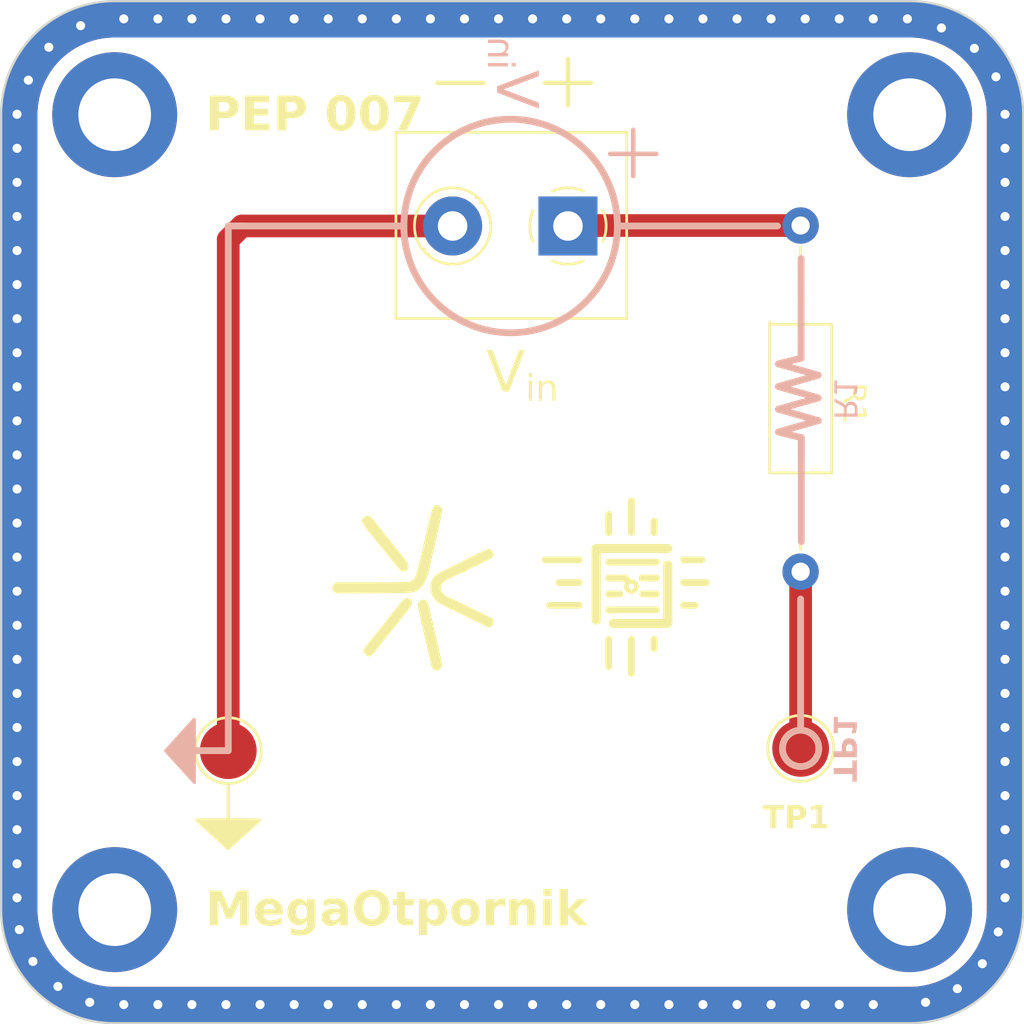
<source format=kicad_pcb>
(kicad_pcb (version 20241229) (generator "pcbnew") (generator_version "9.0")
  (layers (0 "F.Cu" signal) (2 "B.Cu" signal) (13 "F.Paste" user) (15 "B.Paste" user) (5 "F.SilkS" user "F.Silkscreen") (7 "B.SilkS" user "B.Silkscreen") (1 "F.Mask" user) (3 "B.Mask" user) (25 "Edge.Cuts" user))
  (net 0 "")
  (net 1 "Input voltage")
  (net 2 "Net-(R1-Pad1)")
  (net 3 "0")
  (footprint "PEP_library:ele_petnica_logo" (layer "F.Cu") (at 127.75 125.776394)
    (property "Reference" "REF**" (hide yes))
    (property "Value" "ele_petnica_logo" (hide yes))
    (fp_line (start -3.8 -1.176394) (end -2.3 -1.176394) (stroke (width 0.3)) (layer "F.SilkS"))
    (fp_line (start -3.6 0.823606) (end -2.3 0.823606) (stroke (width 0.3)) (layer "F.SilkS"))
    (fp_line (start -3.2 -0.176394) (end -2.3 -0.176394) (stroke (width 0.3)) (layer "F.SilkS"))
    (fp_line (start -1.55 -1.676394) (end 1.6 -1.676394) (stroke (width 0.4)) (layer "F.SilkS"))
    (fp_line (start -1.55 1.473606) (end -1.55 -1.676394) (stroke (width 0.4)) (layer "F.SilkS"))
    (fp_line (start -1 -3.176394) (end -1 -2.376394) (stroke (width 0.3)) (layer "F.SilkS"))
    (fp_line (start -1 -1.076394) (end 1.1 -1.076394) (stroke (width 0.3)) (layer "F.SilkS"))
    (fp_line (start -1 -0.376394) (end -0.3 -0.376394) (stroke (width 0.3)) (layer "F.SilkS"))
    (fp_line (start -1 0.323606) (end -0.5 0.323606) (stroke (width 0.3)) (layer "F.SilkS"))
    (fp_line (start -1 1.023606) (end 1.1 1.023606) (stroke (width 0.3)) (layer "F.SilkS"))
    (fp_line (start -1 3.523606) (end -1 2.323606) (stroke (width 0.3)) (layer "F.SilkS"))
    (fp_line (start -0.8 1.623606) (end 1.6 1.623606) (stroke (width 0.4)) (layer "F.SilkS"))
    (fp_line (start -0.3 -0.376394) (end -0.15 -0.226394) (stroke (width 0.3)) (layer "F.SilkS"))
    (fp_line (start 0 -3.776394) (end 0 -2.376394) (stroke (width 0.3)) (layer "F.SilkS"))
    (fp_line (start 0 3.823606) (end 0 2.323606) (stroke (width 0.3)) (layer "F.SilkS"))
    (fp_line (start 0.475 -0.376394) (end 1.1 -0.376394) (stroke (width 0.3)) (layer "F.SilkS"))
    (fp_line (start 0.5 0.323606) (end 1.1 0.323606) (stroke (width 0.3)) (layer "F.SilkS"))
    (fp_line (start 1 -2.876394) (end 1 -2.376394) (stroke (width 0.3)) (layer "F.SilkS"))
    (fp_line (start 1 2.723606) (end 1 2.323606) (stroke (width 0.3)) (layer "F.SilkS"))
    (fp_line (start 1.6 1.573606) (end 1.6 -0.95) (stroke (width 0.4)) (layer "F.SilkS"))
    (fp_line (start 2.8 0.823606) (end 2.3 0.823606) (stroke (width 0.3)) (layer "F.SilkS"))
    (fp_line (start 3.1 -1.176394) (end 2.3 -1.176394) (stroke (width 0.3)) (layer "F.SilkS"))
    (fp_line (start 3.3 -0.176394) (end 2.3 -0.176394) (stroke (width 0.3)) (layer "F.SilkS"))
    (fp_circle (center 0 0) (end 0.2 0.1) (stroke (width 0.2)) (fill no) (layer "F.SilkS"))
  )
  (footprint "TestPoint:TestPoint_Pad_D2.5mm" (layer "F.Cu") (at 110 133 -90)
    (property "Reference" "TP2" (hide yes))
    (property "Value" "TP2" (hide yes))
    (fp_circle (center 0 0) (end 0 1.45) (stroke (width 0.12)) (fill no) (layer "F.SilkS"))
    (pad "1" smd circle (at 0 0 270) (size 2.5 2.5) (layers "F.Cu" "F.Mask") (net 3 "0"))
  )
  (footprint "MountingHole:MountingHole_3.2mm_M3_ISO14580_Pad_TopBottom" (layer "F.Cu") (at 140 105)
    (property "Reference" "H3" (hide yes))
    (property "Value" "MountingHole")
    (pad "1" thru_hole circle (at 0 0) (size 3.6 3.6) (drill 3.2) (layers "*.Cu" "*.Mask"))
    (pad "1" connect circle (at 0 0) (size 5.5 5.5) (layers "F.Cu" "F.Mask"))
    (pad "1" connect circle (at 0 0) (size 5.5 5.5) (layers "B.Cu" "B.Mask"))
  )
  (footprint "PEP_library:R_Axial_DIN0207_L6.3mm_D2.5mm_P15.24mm_Horizontal" (layer "F.Cu") (at 135.2 125.12 90)
    (property "Reference" "R1" (at 7.4 2.3 270) (layer "F.SilkS"))
    (property "Value" "1Meg")
    (fp_line (start 10.995 -1.37) (end 4.455 -1.37) (stroke (width 0.12)) (layer "F.SilkS"))
    (fp_line (start 4.35 -1.37) (end 4.35 1.37) (stroke (width 0.12)) (layer "F.SilkS"))
    (fp_line (start 14.3 0) (end 10.89 0) (stroke (width 0.12)) (layer "F.SilkS"))
    (fp_line (start 0.975 0) (end 4.35 0) (stroke (width 0.12)) (layer "F.SilkS"))
    (fp_line (start 10.89 1.37) (end 10.89 -1.37) (stroke (width 0.12)) (layer "F.SilkS"))
    (fp_line (start 4.35 1.37) (end 10.89 1.37) (stroke (width 0.12)) (layer "F.SilkS"))
    (fp_line (start 9.15 -0.975) (end 8.65 0.775) (stroke (width 0.3)) (layer "B.SilkS"))
    (fp_line (start 8.15 -0.975) (end 7.65 0.775) (stroke (width 0.3)) (layer "B.SilkS"))
    (fp_line (start 7.15 -0.975) (end 6.65 0.775) (stroke (width 0.3)) (layer "B.SilkS"))
    (fp_line (start 6.15 -0.975) (end 5.9 0.025) (stroke (width 0.3)) (layer "B.SilkS"))
    (fp_line (start 10.1 0.02) (end 13.788009 0.02181) (stroke (width 0.3)) (layer "B.SilkS"))
    (fp_line (start 10.4 0.020905) (end 9.4 0.020905) (stroke (width 0.3)) (layer "B.SilkS"))
    (fp_line (start 9.4 0.025) (end 9.15 -0.975) (stroke (width 0.3)) (layer "B.SilkS"))
    (fp_line (start 5.9 0.03) (end 4.9 0.03) (stroke (width 0.3)) (layer "B.SilkS"))
    (fp_line (start 1.3225 0.03) (end 5.8975 0.03) (stroke (width 0.3)) (layer "B.SilkS"))
    (fp_line (start 8.65 0.775) (end 8.15 -0.975) (stroke (width 0.3)) (layer "B.SilkS"))
    (fp_line (start 7.65 0.775) (end 7.15 -0.975) (stroke (width 0.3)) (layer "B.SilkS"))
    (fp_line (start 6.65 0.775) (end 6.15 -0.975) (stroke (width 0.3)) (layer "B.SilkS"))
    (fp_text user "${REFERENCE}" (at 7.62 1.9 270) (layer "B.SilkS") (effects (justify mirror)))
    (pad "1" thru_hole circle (at 0 0 90) (size 1.6 1.6) (drill 0.8) (layers "*.Cu" "*.Mask") (net 2 "Net-(R1-Pad1)"))
    (pad "2" thru_hole oval (at 15.24 0 90) (size 1.6 1.6) (drill 0.8) (layers "*.Cu" "*.Mask") (net 1 "Input voltage"))
  )
  (footprint "MountingHole:MountingHole_3.2mm_M3_ISO14580_Pad_TopBottom" (layer "F.Cu") (at 140 140)
    (property "Reference" "H4" (hide yes))
    (property "Value" "MountingHole")
    (pad "1" thru_hole circle (at 0 0) (size 3.6 3.6) (drill 3.2) (layers "*.Cu" "*.Mask"))
    (pad "1" connect circle (at 0 0) (size 5.5 5.5) (layers "F.Cu" "F.Mask"))
    (pad "1" connect circle (at 0 0) (size 5.5 5.5) (layers "B.Cu" "B.Mask"))
  )
  (footprint "MountingHole:MountingHole_3.2mm_M3_ISO14580_Pad_TopBottom" (layer "F.Cu") (at 105 105)
    (property "Reference" "H2" (hide yes))
    (property "Value" "MountingHole")
    (pad "1" thru_hole circle (at 0 0) (size 3.6 3.6) (drill 3.2) (layers "*.Cu" "*.Mask"))
    (pad "1" connect circle (at 0 0) (size 5.5 5.5) (layers "F.Cu" "F.Mask"))
    (pad "1" connect circle (at 0 0) (size 5.5 5.5) (layers "B.Cu" "B.Mask"))
  )
  (footprint "PEP_library:petnica_logo" (layer "F.Cu") (at 118.15 125.825)
    (property "Reference" "REF**" (hide yes))
    (property "Value" "LOGO")
    (fp_poly (pts (xy -0.7916 -1.944581) (xy -0.808809 -1.927372) (xy -0.826017 -1.944581) (xy -0.808809 -1.961789)) (fill yes) (layer "F.SilkS"))
    (fp_poly (pts (xy 0.457849 0.530391) (xy 0.501052 0.53813) (xy 0.536956 0.546417) (xy 0.567682 0.561394) (xy 0.595352 0.589202) (xy 0.622086 0.63598) (xy 0.650003 0.707871) (xy 0.681225 0.811015) (xy 0.717873 0.951553) (xy 0.762067 1.135625) (xy 0.815927 1.369373) (xy 0.881573 1.658938) (xy 0.946194 1.944579) (xy 1.010257 2.227254) (xy 1.061796 2.454405) (xy 1.103461 2.637651) (xy 1.137903 2.788607) (xy 1.167772 2.918894) (xy 1.195717 3.040127) (xy 1.222979 3.157839) (xy 1.256522 3.334547) (xy 1.260272 3.45947) (xy 1.232487 3.543682) (xy 1.171425 3.598256) (xy 1.152186 3.60792) (xy 1.019928 3.645474) (xy 0.91457 3.62276) (xy 0.867488 3.586459) (xy 0.826892 3.519934) (xy 0.786159 3.412186) (xy 0.761752 3.319725) (xy 0.727225 3.162233) (xy 0.688384 2.990036) (xy 0.669493 2.908265) (xy 0.608284 2.644954) (xy 0.544704 2.36853) (xy 0.480888 2.088544) (xy 0.41897 1.814549) (xy 0.361088 1.556099) (xy 0.309375 1.322747) (xy 0.265967 1.124044) (xy 0.233 0.969543) (xy 0.21261 0.868799) (xy 0.20851 0.846039) (xy 0.195142 0.739813) (xy 0.203776 0.672939) (xy 0.24053 0.61779) (xy 0.264635 0.592668) (xy 0.341653 0.534281) (xy 0.423716 0.524864)) (fill yes) (layer "F.SilkS"))
    (fp_poly (pts (xy -1.957721 -3.16096) (xy -1.90443 -3.138059) (xy -1.844182 -3.087802) (xy -1.764532 -3.0003) (xy -1.680789 -2.899662) (xy -1.573533 -2.767345) (xy -1.470309 -2.637791) (xy -1.387273 -2.531362) (xy -1.359917 -2.495258) (xy -1.286318 -2.398415) (xy -1.219808 -2.314111) (xy -1.198851 -2.288754) (xy -1.160438 -2.242109) (xy -1.086246 -2.15074) (xy -0.983536 -2.02364) (xy -0.859572 -1.869802) (xy -0.721617 -1.698219) (xy -0.673409 -1.638175) (xy -0.513458 -1.437148) (xy -0.393072 -1.281164) (xy -0.307247 -1.162811) (xy -0.250978 -1.074676) (xy -0.219262 -1.009345) (xy -0.207092 -0.959405) (xy -0.206505 -0.946558) (xy -0.234393 -0.835576) (xy -0.305948 -0.752387) (xy -0.403003 -0.709036) (xy -0.507395 -0.717568) (xy -0.53347 -0.729756) (xy -0.596089 -0.771996) (xy -0.621022 -0.796418) (xy -0.651732 -0.836694) (xy -0.718739 -0.921277) (xy -0.814786 -1.041168) (xy -0.932617 -1.187369) (xy -1.064976 -1.350883) (xy -1.204607 -1.52271) (xy -1.344254 -1.693854) (xy -1.376695 -1.733496) (xy -1.490468 -1.873517) (xy -1.598881 -2.008829) (xy -1.688217 -2.122208) (xy -1.737035 -2.185953) (xy -1.811894 -2.282929) (xy -1.881313 -2.367244) (xy -1.903348 -2.392006) (xy -2.005665 -2.510983) (xy -2.103754 -2.640722) (xy -2.187488 -2.76598) (xy -2.246736 -2.871516) (xy -2.271372 -2.942087) (xy -2.271546 -2.946094) (xy -2.240448 -3.050192) (xy -2.158523 -3.128133) (xy -2.042824 -3.165187) (xy -2.016504 -3.166396)) (fill yes) (layer "F.SilkS"))
    (fp_poly (pts (xy -0.161808 0.474988) (xy -0.088789 0.539883) (xy -0.052498 0.633834) (xy -0.066572 0.748098) (xy -0.083469 0.786617) (xy -0.133873 0.87246) (xy -0.180278 0.934611) (xy -0.218187 0.97885) (xy -0.28842 1.064765) (xy -0.38085 1.179843) (xy -0.482232 1.307623) (xy -0.588308 1.441804) (xy -0.683586 1.561805) (xy -0.75727 1.654059) (xy -0.797248 1.703422) (xy -0.847822 1.764958) (xy -0.924791 1.859223) (xy -1.016572 1.971959) (xy -1.111583 2.08891) (xy -1.198243 2.195818) (xy -1.264968 2.278426) (xy -1.300177 2.322478) (xy -1.300715 2.32317) (xy -1.331787 2.363811) (xy -1.394278 2.445911) (xy -1.478006 2.556088) (xy -1.541464 2.639671) (xy -1.679792 2.814669) (xy -1.790541 2.934756) (xy -1.881467 3.004093) (xy -1.960326 3.02684) (xy -2.034873 3.00716) (xy -2.112866 2.949213) (xy -2.114894 2.94734) (xy -2.175416 2.869469) (xy -2.202598 2.791448) (xy -2.202711 2.787342) (xy -2.179765 2.718892) (xy -2.115651 2.611669) (xy -2.017456 2.475988) (xy -1.892267 2.322163) (xy -1.848326 2.271544) (xy -1.803389 2.217764) (xy -1.73289 2.130526) (xy -1.667201 2.047831) (xy -1.594106 1.955869) (xy -1.538274 1.887066) (xy -1.51381 1.858536) (xy -1.47482 1.814178) (xy -1.408896 1.733329) (xy -1.3307 1.634348) (xy -1.254889 1.535592) (xy -1.239025 1.51443) (xy -1.166038 1.418526) (xy -1.06643 1.2904) (xy -0.950093 1.142479) (xy -0.826922 0.987186) (xy -0.706807 0.836947) (xy -0.599641 0.704188) (xy -0.515317 0.601332) (xy -0.46487 0.542073) (xy -0.363485 0.46734) (xy -0.257919 0.447893)) (fill yes) (layer "F.SilkS"))
    (fp_poly (pts (xy 1.07484 -3.634964) (xy 1.082859 -3.633405) (xy 1.19871 -3.582797) (xy 1.262491 -3.490161) (xy 1.273441 -3.416452) (xy 1.266032 -3.356081) (xy 1.245581 -3.242201) (xy 1.21475 -3.088326) (xy 1.1762 -2.907966) (xy 1.150984 -2.794914) (xy 1.098475 -2.56289) (xy 1.041063 -2.308822) (xy 0.985014 -2.060469) (xy 0.936596 -1.845591) (xy 0.927894 -1.806911) (xy 0.877791 -1.584563) (xy 0.82026 -1.329889) (xy 0.763166 -1.077678) (xy 0.723366 -0.902274) (xy 0.653271 -0.622543) (xy 0.581955 -0.401268) (xy 0.504916 -0.228151) (xy 0.417648 -0.092891) (xy 0.326704 0.004931) (xy 0.267961 0.058006) (xy 0.214143 0.102457) (xy 0.158795 0.139084) (xy 0.095467 0.168687) (xy 0.017703 0.192065) (xy -0.080949 0.210018) (xy -0.206942 0.223345) (xy -0.36673 0.232847) (xy -0.566766 0.239324) (xy -0.813503 0.243574) (xy -1.113393 0.246397) (xy -1.472892 0.248594) (xy -1.64723 0.249544) (xy -1.974275 0.251087) (xy -2.283894 0.252078) (xy -2.568502 0.252527) (xy -2.820514 0.252443) (xy -3.032346 0.251836) (xy -3.196413 0.250714) (xy -3.305131 0.249087) (xy -3.34657 0.247478) (xy -3.47042 0.209842) (xy -3.549434 0.131495) (xy -3.577747 0.028404) (xy -3.549494 -0.08346) (xy -3.494926 -0.156443) (xy -3.410447 -0.240922) (xy -1.798925 -0.240922) (xy -1.420866 -0.241104) (xy -1.105589 -0.241789) (xy -0.84704 -0.243184) (xy -0.639166 -0.245498) (xy -0.475916 -0.248939) (xy -0.351236 -0.253715) (xy -0.259073 -0.260033) (xy -0.193376 -0.268103) (xy -0.14809 -0.278131) (xy -0.117164 -0.290325) (xy -0.102307 -0.299229) (xy -0.05281 -0.333804) (xy -0.009939 -0.368145) (xy 0.028189 -0.408023) (xy 0.063457 -0.459207) (xy 0.097747 -0.527469) (xy 0.132942 -0.618578) (xy 0.170926 -0.738305) (xy 0.21358 -0.892418) (xy 0.262787 -1.08669) (xy 0.32043 -1.326889) (xy 0.388391 -1.618786) (xy 0.468555 -1.968151) (xy 0.53 -2.237128) (xy 0.60978 -2.585345) (xy 0.676703 -2.87214) (xy 0.733038 -3.103246) (xy 0.781053 -3.284393) (xy 0.823019 -3.421311) (xy 0.861204 -3.519732) (xy 0.897877 -3.585387) (xy 0.935308 -3.624006) (xy 0.975766 -3.641322) (xy 1.021521 -3.643064)) (fill yes) (layer "F.SilkS"))
    (fp_poly (pts (xy 3.392646 -1.703754) (xy 3.400952 -1.69867) (xy 3.460294 -1.642496) (xy 3.510568 -1.571194) (xy 3.543259 -1.497147) (xy 3.534496 -1.435408) (xy 3.510568 -1.388699) (xy 3.456817 -1.3146) (xy 3.407316 -1.272649) (xy 3.352753 -1.246859) (xy 3.254931 -1.200986) (xy 3.132992 -1.144001) (xy 3.106363 -1.131579) (xy 2.990104 -1.074812) (xy 2.902715 -1.027282) (xy 2.859148 -0.997279) (xy 2.856838 -0.99323) (xy 2.827454 -0.96987) (xy 2.763403 -0.947748) (xy 2.674621 -0.918151) (xy 2.566871 -0.872269) (xy 2.458549 -0.819375) (xy 2.368051 -0.76874) (xy 2.313771 -0.729636) (xy 2.305961 -0.71718) (xy 2.277242 -0.693335) (xy 2.24062 -0.688347) (xy 2.184111 -0.673147) (xy 2.082839 -0.632077) (xy 1.952629 -0.571938) (xy 1.847418 -0.519399) (xy 1.71248 -0.451916) (xy 1.60147 -0.400263) (xy 1.527569 -0.370331) (xy 1.504053 -0.365956) (xy 1.473248 -0.352579) (xy 1.409189 -0.30206) (xy 1.343408 -0.24201) (xy 1.261416 -0.158574) (xy 1.220408 -0.095999) (xy 1.209438 -0.029965) (xy 1.215089 0.043062) (xy 1.24104 0.153438) (xy 1.300396 0.242596) (xy 1.361662 0.300846) (xy 1.444125 0.365974) (xy 1.509069 0.406438) (xy 1.529472 0.413008) (xy 1.571276 0.427571) (xy 1.664102 0.468018) (xy 1.797388 0.529485) (xy 1.96057 0.607109) (xy 2.127482 0.688346) (xy 2.308387 0.776444) (xy 2.468647 0.852869) (xy 2.597816 0.91277) (xy 2.685446 0.951293) (xy 2.72041 0.963685) (xy 2.752671 0.986658) (xy 2.753387 0.992655) (xy 2.783088 1.019475) (xy 2.857532 1.051952) (xy 2.891056 1.062871) (xy 2.976279 1.095542) (xy 3.024605 1.127907) (xy 3.028725 1.137153) (xy 3.057155 1.165236) (xy 3.088956 1.170318) (xy 3.157057 1.187655) (xy 3.246539 1.23012) (xy 3.261874 1.239152) (xy 3.34877 1.284322) (xy 3.417802 1.307173) (xy 3.426208 1.307859) (xy 3.474661 1.336726) (xy 3.512841 1.399881) (xy 3.53496 1.524188) (xy 3.510719 1.632082) (xy 3.450734 1.711362) (xy 3.365618 1.749828) (xy 3.265985 1.73528) (xy 3.235229 1.718991) (xy 3.189287 1.694728) (xy 3.091547 1.646035) (xy 2.952399 1.577989) (xy 2.782235 1.495666) (xy 2.591447 1.404144) (xy 2.564091 1.391082) (xy 2.37128 1.298719) (xy 2.197659 1.214902) (xy 2.053617 1.144699) (xy 1.949545 1.093177) (xy 1.895832 1.065404) (xy 1.892953 1.063719) (xy 1.823708 1.02536) (xy 1.726123 0.979592) (xy 1.583392 0.918603) (xy 1.557384 0.907798) (xy 1.470411 0.866537) (xy 1.418023 0.831608) (xy 1.41111 0.820719) (xy 1.381271 0.796145) (xy 1.306685 0.766829) (xy 1.275922 0.757849) (xy 1.114116 0.681841) (xy 0.967036 0.552873) (xy 0.849347 0.386819) (xy 0.781823 0.222934) (xy 0.752502 0.077924) (xy 0.743503 -0.06168) (xy 0.754273 -0.177339) (xy 0.784261 -0.250515) (xy 0.796237 -0.260998) (xy 0.821187 -0.306867) (xy 0.826015 -0.346205) (xy 0.839833 -0.401035) (xy 0.858113 -0.413009) (xy 0.894292 -0.441099) (xy 0.909651 -0.473239) (xy 0.95078 -0.52995) (xy 1.026613 -0.591122) (xy 1.041035 -0.600103) (xy 1.142368 -0.65735) (xy 1.275062 -0.72802) (xy 1.42585 -0.805559) (xy 1.581463 -0.883413) (xy 1.728635 -0.955028) (xy 1.854098 -1.01385) (xy 1.944583 -1.053326) (xy 1.986091 -1.066938) (xy 2.02717 -1.085809) (xy 2.030622 -1.097624) (xy 2.059985 -1.127119) (xy 2.12527 -1.151932) (xy 2.215075 -1.184429) (xy 2.271544 -1.217277) (xy 2.327834 -1.252047) (xy 2.426092 -1.303327) (xy 2.545196 -1.360101) (xy 2.546882 -1.360869) (xy 2.658614 -1.414438) (xy 2.742454 -1.459696) (xy 2.781424 -1.487427) (xy 2.782068 -1.488551) (xy 2.821703 -1.512586) (xy 2.839046 -1.514364) (xy 2.895223 -1.528775) (xy 2.98563 -1.565302) (xy 3.034077 -1.588085) (xy 3.173809 -1.656292) (xy 3.265765 -1.697813) (xy 3.323712 -1.716797) (xy 3.361417 -1.717394)) (fill yes) (layer "F.SilkS"))
  )
  (footprint "MountingHole:MountingHole_3.2mm_M3_ISO14580_Pad_TopBottom" (layer "F.Cu") (at 105 140 -90)
    (property "Reference" "H1" (hide yes))
    (property "Value" "MountingHole")
    (pad "1" thru_hole circle (at 0 0 270) (size 3.6 3.6) (drill 3.2) (layers "*.Cu" "*.Mask"))
    (pad "1" connect circle (at 0 0 270) (size 5.5 5.5) (layers "F.Cu" "F.Mask"))
    (pad "1" connect circle (at 0 0 270) (size 5.5 5.5) (layers "B.Cu" "B.Mask"))
  )
  (footprint "PEP_library:TerminalBlock_Phoenix_MKDS-1,5-2-5.08_1x02_P5.08mm_Horizontal" (layer "F.Cu") (at 124.957 109.9 180)
    (property "Reference" "J1" (hide yes))
    (property "Value" "Klema" (hide yes))
    (fp_line (start 7.575 -4.075) (end 7.575 4.125) (stroke (width 0.12)) (layer "F.SilkS"))
    (fp_line (start 6.355 -1.069) (end 6.308 -1.023) (stroke (width 0.12)) (layer "F.SilkS"))
    (fp_line (start 6.15 -1.275) (end 6.115 -1.239) (stroke (width 0.12)) (layer "F.SilkS"))
    (fp_line (start 4.046 1.239) (end 4.011 1.274) (stroke (width 0.12)) (layer "F.SilkS"))
    (fp_line (start 3.853 1.023) (end 3.806 1.069) (stroke (width 0.12)) (layer "F.SilkS"))
    (fp_line (start 3.718 6.3) (end 5.75 6.3) (stroke (width 0.2)) (layer "F.SilkS"))
    (fp_line (start 0 5.325) (end 0 7.357) (stroke (width 0.2)) (layer "F.SilkS"))
    (fp_line (start -1.016 6.3) (end 1.016 6.3) (stroke (width 0.2)) (layer "F.SilkS"))
    (fp_line (start -2.585 4.125) (end 7.575 4.125) (stroke (width 0.12)) (layer "F.SilkS"))
    (fp_line (start -2.585 -4.075) (end 7.575 -4.075) (stroke (width 0.12)) (layer "F.SilkS"))
    (fp_line (start -2.585 -4.075) (end -2.585 4.125) (stroke (width 0.12)) (layer "F.SilkS"))
    (fp_arc (start 1.535427 -0.683042) (mid 1.680501 0.000524) (end 1.535 0.684) (stroke (width 0.12)) (layer "F.SilkS"))
    (fp_arc (start 0.683318 1.534756) (mid 0.349292 1.643288) (end 0 1.68) (stroke (width 0.12)) (layer "F.SilkS"))
    (fp_arc (start 0.028805 1.680253) (mid -0.335551 1.646659) (end -0.684 1.535) (stroke (width 0.12)) (layer "F.SilkS"))
    (fp_arc (start -0.683042 -1.535427) (mid 0.000524 -1.680501) (end 0.684 -1.535) (stroke (width 0.12)) (layer "F.SilkS"))
    (fp_arc (start -1.535427 0.683042) (mid -1.680501 -0.000524) (end -1.535 -0.684) (stroke (width 0.12)) (layer "F.SilkS"))
    (fp_circle (center 5.08 0) (end 6.76 0) (stroke (width 0.12)) (fill no) (layer "F.SilkS"))
    (fp_line (start -2.875 2.2) (end -2.875 4.232) (stroke (width 0.2)) (layer "B.SilkS"))
    (fp_line (start -3.891 3.175) (end -1.859 3.175) (stroke (width 0.2)) (layer "B.SilkS"))
    (fp_circle (center 2.525 -0.000524) (end 6.825 -1.9) (stroke (width 0.3)) (fill no) (layer "B.SilkS"))
    (fp_text user "V_{in}\n" (at 3.6 -7.6 0) (layer "F.SilkS") (effects (font (size 1.8 1.8) (thickness 0.1875)) (justify left bottom)))
    (fp_text user "V_{in}\n" (at 3.425134 5.151293 270) (layer "B.SilkS") (effects (font (size 1.8 1.8) (thickness 0.1875)) (justify left bottom mirror)))
    (pad "1" thru_hole rect (at 0 0 180) (size 2.6 2.6) (drill 1.3) (layers "*.Cu" "*.Mask") (net 1 "Input voltage"))
    (pad "2" thru_hole circle (at 5.08 0 180) (size 2.6 2.6) (drill 1.3) (layers "*.Cu" "*.Mask") (net 3 "0"))
  )
  (footprint "TestPoint:TestPoint_Pad_D2.5mm" (layer "F.Cu") (at 135.2 132.9 -90)
    (property "Reference" "TP2" (hide yes))
    (property "Value" "TP1" (at 3.1 0.2 0) (layer "F.SilkS") (effects (font (thickness 0.2) (bold yes))))
    (fp_circle (center 0 0) (end 0 1.45) (stroke (width 0.12)) (fill no) (layer "F.SilkS"))
    (fp_text user "TP1" (at -0.003882 -1.870972 270) (layer "B.SilkS") (effects (font (thickness 0.2) (bold yes)) (justify mirror)))
    (pad "1" smd circle (at 0 0 270) (size 2.5 2.5) (layers "F.Cu" "F.Mask") (net 2 "Net-(R1-Pad1)"))
  )
  (gr_line (start 144.2 140) (end 144.2 105) (stroke (width 1.6)) (layer "F.Cu"))
  (gr_arc (start 140 100.8) (mid 142.969848 102.030152) (end 144.2 105) (stroke (width 1.6)) (layer "F.Cu"))
  (gr_line (start 100.8 105) (end 100.8 140) (stroke (width 1.6)) (layer "F.Cu"))
  (gr_line (start 105 100.8) (end 140 100.8) (stroke (width 1.6)) (layer "F.Cu"))
  (gr_arc (start 100.8 105) (mid 102.030152 102.030152) (end 105 100.8) (stroke (width 1.6)) (layer "F.Cu"))
  (gr_arc (start 105 144.2) (mid 102.030152 142.969848) (end 100.8 140) (stroke (width 1.6)) (layer "F.Cu"))
  (gr_line (start 105 144.2) (end 140 144.2) (stroke (width 1.6)) (layer "F.Cu"))
  (gr_arc (start 144.2 140) (mid 142.969848 142.969848) (end 140 144.2) (stroke (width 1.6)) (layer "F.Cu"))
  (gr_arc (start 105 144.2) (mid 102.030154 142.969848) (end 100.8 140) (stroke (width 1.6)) (layer "B.Cu"))
  (gr_line (start 105 144.2) (end 140 144.2) (stroke (width 1.6)) (layer "B.Cu"))
  (gr_line (start 105 100.8) (end 140 100.8) (stroke (width 1.6)) (layer "B.Cu"))
  (gr_arc (start 100.8 105) (mid 102.030152 102.030152) (end 105 100.8) (stroke (width 1.6)) (layer "B.Cu"))
  (gr_arc (start 140 100.8) (mid 142.96985 102.030151) (end 144.2 105) (stroke (width 1.6)) (layer "B.Cu"))
  (gr_line (start 144.2 140) (end 144.2 105) (stroke (width 1.6)) (layer "B.Cu"))
  (gr_line (start 100.8 105) (end 100.8 140) (stroke (width 1.6)) (layer "B.Cu"))
  (gr_arc (start 144.2 140) (mid 142.969849 142.969849) (end 140 144.2) (stroke (width 1.6)) (layer "B.Cu"))
  (gr_poly (pts (xy 111.367986 136.054681) (xy 108.617986 136.054681) (xy 109.992985 137.304681)) (stroke (width 0.15)) (fill yes) (layer "F.SilkS"))
  (gr_line (start 110 134.5) (end 110 136.054681) (stroke (width 0.15)) (layer "F.SilkS"))
  (gr_line (start 135.2 126.325) (end 135.2 132) (stroke (width 0.3)) (layer "B.SilkS"))
  (gr_line (start 117.731148 109.900524) (end 110 109.899872) (stroke (width 0.3)) (layer "B.SilkS"))
  (gr_poly (pts (xy 108.5 134.38043) (xy 108.5 131.63043) (xy 107.25 133.005429)) (stroke (width 0.15)) (fill yes) (layer "B.SilkS"))
  (gr_circle (center 135.2 132.9) (end 136 132.9) (stroke (width 0.3)) (fill no) (layer "B.SilkS"))
  (gr_line (start 110 133) (end 108.5 133) (stroke (width 0.3)) (layer "B.SilkS"))
  (gr_line (start 134.182708 109.900026) (end 127.136792 109.900593) (stroke (width 0.3)) (layer "B.SilkS"))
  (gr_line (start 110 109.9) (end 110 133) (stroke (width 0.3)) (layer "B.SilkS"))
  (gr_arc (start 140 100) (mid 143.535534 101.464466) (end 145 105) (stroke (width 0.1)) (layer "Edge.Cuts"))
  (gr_line (start 100 105) (end 100 140) (stroke (width 0.1)) (layer "Edge.Cuts"))
  (gr_line (start 145 140) (end 145 105) (stroke (width 0.1)) (layer "Edge.Cuts"))
  (gr_arc (start 145 140) (mid 143.535534 143.535534) (end 140 145) (stroke (width 0.1)) (layer "Edge.Cuts"))
  (gr_arc (start 105 145) (mid 101.464466 143.535534) (end 100 140) (stroke (width 0.1)) (layer "Edge.Cuts"))
  (gr_line (start 105 100) (end 140 100) (stroke (width 0.1)) (layer "Edge.Cuts"))
  (gr_line (start 140 145) (end 105 145) (stroke (width 0.1)) (layer "Edge.Cuts"))
  (gr_arc (start 100 105) (mid 101.464466 101.464466) (end 105 100) (stroke (width 0.1)) (layer "Edge.Cuts"))
  (gr_text "MegaOtpornik\n" (at 109 140.943989 0) (layer "F.SilkS") (effects (font (size 1.5 1.5) (thickness 0.2) (bold yes)) (justify left bottom)))
  (gr_text "PEP 007\n" (at 109 105.943989 0) (layer "F.SilkS") (effects (font (size 1.5 1.5) (thickness 0.2) (bold yes)) (justify left bottom)))
  (via (at 144.2 131.980152) (size 0.8) (drill 0.4) (layers "F.Cu" "B.Cu") (net 0))
  (via (at 120.4 144.180152) (size 0.8) (drill 0.4) (layers "F.Cu" "B.Cu") (net 0))
  (via (at 126.4 144.180152) (size 0.8) (drill 0.4) (layers "F.Cu" "B.Cu") (net 0))
  (via (at 144.2 134.980152) (size 0.8) (drill 0.4) (layers "F.Cu" "B.Cu") (net 0))
  (via (at 115.9 144.180152) (size 0.8) (drill 0.4) (layers "F.Cu" "B.Cu") (net 0))
  (via (at 108.4 100.780152) (size 0.8) (drill 0.4) (layers "F.Cu" "B.Cu") (net 0))
  (via (at 100.7 124.480152) (size 0.8) (drill 0.4) (layers "F.Cu" "B.Cu") (net 0))
  (via (at 115.9 100.780152) (size 0.8) (drill 0.4) (layers "F.Cu" "B.Cu") (net 0))
  (via (at 111.4 144.180152) (size 0.8) (drill 0.4) (layers "F.Cu" "B.Cu") (net 0))
  (via (at 144.2 107.980152) (size 0.8) (drill 0.4) (layers "F.Cu" "B.Cu") (net 0))
  (via (at 144.2 130.480152) (size 0.8) (drill 0.4) (layers "F.Cu" "B.Cu") (net 0))
  (via (at 144.2 118.480152) (size 0.8) (drill 0.4) (layers "F.Cu" "B.Cu") (net 0))
  (via (at 117.4 144.180152) (size 0.8) (drill 0.4) (layers "F.Cu" "B.Cu") (net 0))
  (via (at 102.1 102.030152) (size 0.8) (drill 0.4) (layers "F.Cu" "B.Cu") (net 0))
  (via (at 144.2 128.980152) (size 0.8) (drill 0.4) (layers "F.Cu" "B.Cu") (net 0))
  (via (at 108.4 144.180152) (size 0.8) (drill 0.4) (layers "F.Cu" "B.Cu") (net 0))
  (via (at 126.4 100.780152) (size 0.8) (drill 0.4) (layers "F.Cu" "B.Cu") (net 0))
  (via (at 114.4 144.180152) (size 0.8) (drill 0.4) (layers "F.Cu" "B.Cu") (net 0))
  (via (at 100.7 113.980152) (size 0.8) (drill 0.4) (layers "F.Cu" "B.Cu") (net 0))
  (via (at 100.7 106.480152) (size 0.8) (drill 0.4) (layers "F.Cu" "B.Cu") (net 0))
  (via (at 100.8 140.880152) (size 0.8) (drill 0.4) (layers "F.Cu" "B.Cu") (net 0))
  (via (at 106.9 100.780152) (size 0.8) (drill 0.4) (layers "F.Cu" "B.Cu") (net 0))
  (via (at 123.4 144.180152) (size 0.8) (drill 0.4) (layers "F.Cu" "B.Cu") (net 0))
  (via (at 143.8 103.330152) (size 0.8) (drill 0.4) (layers "F.Cu" "B.Cu") (net 0))
  (via (at 105.4 100.780152) (size 0.8) (drill 0.4) (layers "F.Cu" "B.Cu") (net 0))
  (via (at 100.7 127.480152) (size 0.8) (drill 0.4) (layers "F.Cu" "B.Cu") (net 0))
  (via (at 144.2 136.480152) (size 0.8) (drill 0.4) (layers "F.Cu" "B.Cu") (net 0))
  (via (at 144.2 124.480152) (size 0.8) (drill 0.4) (layers "F.Cu" "B.Cu") (net 0))
  (via (at 132.4 144.180152) (size 0.8) (drill 0.4) (layers "F.Cu" "B.Cu") (net 0))
  (via (at 118.9 144.180152) (size 0.8) (drill 0.4) (layers "F.Cu" "B.Cu") (net 0))
  (via (at 100.7 110.980152) (size 0.8) (drill 0.4) (layers "F.Cu" "B.Cu") (net 0))
  (via (at 102.5 143.380152) (size 0.8) (drill 0.4) (layers "F.Cu" "B.Cu") (net 0))
  (via (at 103.5 101.080152) (size 0.8) (drill 0.4) (layers "F.Cu" "B.Cu") (net 0))
  (via (at 100.7 139.480152) (size 0.8) (drill 0.4) (layers "F.Cu" "B.Cu") (net 0))
  (via (at 144.2 113.980152) (size 0.8) (drill 0.4) (layers "F.Cu" "B.Cu") (net 0))
  (via (at 144.2 119.980152) (size 0.8) (drill 0.4) (layers "F.Cu" "B.Cu") (net 0))
  (via (at 100.7 107.980152) (size 0.8) (drill 0.4) (layers "F.Cu" "B.Cu") (net 0))
  (via (at 120.4 100.780152) (size 0.8) (drill 0.4) (layers "F.Cu" "B.Cu") (net 0))
  (via (at 144.2 109.480152) (size 0.8) (drill 0.4) (layers "F.Cu" "B.Cu") (net 0))
  (via (at 144.2 122.980152) (size 0.8) (drill 0.4) (layers "F.Cu" "B.Cu") (net 0))
  (via (at 121.9 100.780152) (size 0.8) (drill 0.4) (layers "F.Cu" "B.Cu") (net 0))
  (via (at 109.9 144.180152) (size 0.8) (drill 0.4) (layers "F.Cu" "B.Cu") (net 0))
  (via (at 127.9 144.180152) (size 0.8) (drill 0.4) (layers "F.Cu" "B.Cu") (net 0))
  (via (at 144.2 139.480152) (size 0.8) (drill 0.4) (layers "F.Cu" "B.Cu") (net 0))
  (via (at 141.4 101.180152) (size 0.8) (drill 0.4) (layers "F.Cu" "B.Cu") (net 0))
  (via (at 118.9 100.780152) (size 0.8) (drill 0.4) (layers "F.Cu" "B.Cu") (net 0))
  (via (at 144.2 106.480152) (size 0.8) (drill 0.4) (layers "F.Cu" "B.Cu") (net 0))
  (via (at 100.7 137.980152) (size 0.8) (drill 0.4) (layers "F.Cu" "B.Cu") (net 0))
  (via (at 100.7 121.480152) (size 0.8) (drill 0.4) (layers "F.Cu" "B.Cu") (net 0))
  (via (at 117.4 100.780152) (size 0.8) (drill 0.4) (layers "F.Cu" "B.Cu") (net 0))
  (via (at 100.7 134.980152) (size 0.8) (drill 0.4) (layers "F.Cu" "B.Cu") (net 0))
  (via (at 111.4 100.780152) (size 0.8) (drill 0.4) (layers "F.Cu" "B.Cu") (net 0))
  (via (at 100.7 119.980152) (size 0.8) (drill 0.4) (layers "F.Cu" "B.Cu") (net 0))
  (via (at 138.4 144.180152) (size 0.8) (drill 0.4) (layers "F.Cu" "B.Cu") (net 0))
  (via (at 144.2 115.480152) (size 0.8) (drill 0.4) (layers "F.Cu" "B.Cu") (net 0))
  (via (at 100.7 112.480152) (size 0.8) (drill 0.4) (layers "F.Cu" "B.Cu") (net 0))
  (via (at 121.9 144.180152) (size 0.8) (drill 0.4) (layers "F.Cu" "B.Cu") (net 0))
  (via (at 100.7 104.980152) (size 0.8) (drill 0.4) (layers "F.Cu" "B.Cu") (net 0))
  (via (at 124.9 100.780152) (size 0.8) (drill 0.4) (layers "F.Cu" "B.Cu") (net 0))
  (via (at 136.9 100.780152) (size 0.8) (drill 0.4) (layers "F.Cu" "B.Cu") (net 0))
  (via (at 142.85 102.080152) (size 0.8) (drill 0.4) (layers "F.Cu" "B.Cu") (net 0))
  (via (at 129.4 144.180152) (size 0.8) (drill 0.4) (layers "F.Cu" "B.Cu") (net 0))
  (via (at 101.4 142.280152) (size 0.8) (drill 0.4) (layers "F.Cu" "B.Cu") (net 0))
  (via (at 100.7 125.980152) (size 0.8) (drill 0.4) (layers "F.Cu" "B.Cu") (net 0))
  (via (at 100.7 118.480152) (size 0.8) (drill 0.4) (layers "F.Cu" "B.Cu") (net 0))
  (via (at 100.7 131.980152) (size 0.8) (drill 0.4) (layers "F.Cu" "B.Cu") (net 0))
  (via (at 144.2 137.980152) (size 0.8) (drill 0.4) (layers "F.Cu" "B.Cu") (net 0))
  (via (at 130.9 100.780152) (size 0.8) (drill 0.4) (layers "F.Cu" "B.Cu") (net 0))
  (via (at 142.1 143.480152) (size 0.8) (drill 0.4) (layers "F.Cu" "B.Cu") (net 0))
  (via (at 144.2 133.480152) (size 0.8) (drill 0.4) (layers "F.Cu" "B.Cu") (net 0))
  (via (at 140.7 144.080152) (size 0.8) (drill 0.4) (layers "F.Cu" "B.Cu") (net 0))
  (via (at 138.4 100.780152) (size 0.8) (drill 0.4) (layers "F.Cu" "B.Cu") (net 0))
  (via (at 133.9 144.180152) (size 0.8) (drill 0.4) (layers "F.Cu" "B.Cu") (net 0))
  (via (at 112.9 100.780152) (size 0.8) (drill 0.4) (layers "F.Cu" "B.Cu") (net 0))
  (via (at 144.2 127.480152) (size 0.8) (drill 0.4) (layers "F.Cu" "B.Cu") (net 0))
  (via (at 100.7 136.480152) (size 0.8) (drill 0.4) (layers "F.Cu" "B.Cu") (net 0))
  (via (at 100.7 115.480152) (size 0.8) (drill 0.4) (layers "F.Cu" "B.Cu") (net 0))
  (via (at 103.9 144.080152) (size 0.8) (drill 0.4) (layers "F.Cu" "B.Cu") (net 0))
  (via (at 135.4 100.780152) (size 0.8) (drill 0.4) (layers "F.Cu" "B.Cu") (net 0))
  (via (at 100.7 133.480152) (size 0.8) (drill 0.4) (layers "F.Cu" "B.Cu") (net 0))
  (via (at 123.4 100.780152) (size 0.8) (drill 0.4) (layers "F.Cu" "B.Cu") (net 0))
  (via (at 144.2 112.480152) (size 0.8) (drill 0.4) (layers "F.Cu" "B.Cu") (net 0))
  (via (at 100.7 109.480152) (size 0.8) (drill 0.4) (layers "F.Cu" "B.Cu") (net 0))
  (via (at 144.2 104.980152) (size 0.8) (drill 0.4) (layers "F.Cu" "B.Cu") (net 0))
  (via (at 144.2 110.980152) (size 0.8) (drill 0.4) (layers "F.Cu" "B.Cu") (net 0))
  (via (at 112.9 144.180152) (size 0.8) (drill 0.4) (layers "F.Cu" "B.Cu") (net 0))
  (via (at 114.4 100.780152) (size 0.8) (drill 0.4) (layers "F.Cu" "B.Cu") (net 0))
  (via (at 143.9 140.980152) (size 0.8) (drill 0.4) (layers "F.Cu" "B.Cu") (net 0))
  (via (at 132.4 100.780152) (size 0.8) (drill 0.4) (layers "F.Cu" "B.Cu") (net 0))
  (via (at 106.9 144.180152) (size 0.8) (drill 0.4) (layers "F.Cu" "B.Cu") (net 0))
  (via (at 101.2 103.480152) (size 0.8) (drill 0.4) (layers "F.Cu" "B.Cu") (net 0))
  (via (at 144.2 116.980152) (size 0.8) (drill 0.4) (layers "F.Cu" "B.Cu") (net 0))
  (via (at 130.9 144.180152) (size 0.8) (drill 0.4) (layers "F.Cu" "B.Cu") (net 0))
  (via (at 127.9 100.780152) (size 0.8) (drill 0.4) (layers "F.Cu" "B.Cu") (net 0))
  (via (at 100.7 130.480152) (size 0.8) (drill 0.4) (layers "F.Cu" "B.Cu") (net 0))
  (via (at 133.9 100.780152) (size 0.8) (drill 0.4) (layers "F.Cu" "B.Cu") (net 0))
  (via (at 135.4 144.180152) (size 0.8) (drill 0.4) (layers "F.Cu" "B.Cu") (net 0))
  (via (at 100.7 122.980152) (size 0.8) (drill 0.4) (layers "F.Cu" "B.Cu") (net 0))
  (via (at 109.9 100.780152) (size 0.8) (drill 0.4) (layers "F.Cu" "B.Cu") (net 0))
  (via (at 124.9 144.180152) (size 0.8) (drill 0.4) (layers "F.Cu" "B.Cu") (net 0))
  (via (at 100.7 128.980152) (size 0.8) (drill 0.4) (layers "F.Cu" "B.Cu") (net 0))
  (via (at 139.9 100.780152) (size 0.8) (drill 0.4) (layers "F.Cu" "B.Cu") (net 0))
  (via (at 144.2 121.480152) (size 0.8) (drill 0.4) (layers "F.Cu" "B.Cu") (net 0))
  (via (at 105.4 144.180152) (size 0.8) (drill 0.4) (layers "F.Cu" "B.Cu") (net 0))
  (via (at 143.2 142.380152) (size 0.8) (drill 0.4) (layers "F.Cu" "B.Cu") (net 0))
  (via (at 136.9 144.180152) (size 0.8) (drill 0.4) (layers "F.Cu" "B.Cu") (net 0))
  (via (at 144.2 125.980152) (size 0.8) (drill 0.4) (layers "F.Cu" "B.Cu") (net 0))
  (via (at 129.4 100.780152) (size 0.8) (drill 0.4) (layers "F.Cu" "B.Cu") (net 0))
  (via (at 100.7 116.980152) (size 0.8) (drill 0.4) (layers "F.Cu" "B.Cu") (net 0))
  (segment (start 125.5 109.9) (end 125.52 109.88) (width 0.25) (layer "F.Cu") (net 1))
  (segment (start 125.52 109.88) (end 135.2 109.88) (width 1) (layer "F.Cu") (net 1))
  (segment (start 125.4 109.9) (end 125.5 109.9) (width 0.25) (layer "F.Cu") (net 1))
  (segment (start 135.2 125.12) (end 135.2 132) (width 1) (layer "F.Cu") (net 2))
  (segment (start 120.32 109.9) (end 110.6 109.9) (width 1) (layer "F.Cu") (net 3))
  (segment (start 110.6 109.9) (end 110 110.5) (width 1) (layer "F.Cu") (net 3))
  (segment (start 110 110.5) (end 110 133) (width 1) (layer "F.Cu") (net 3))
)
</source>
